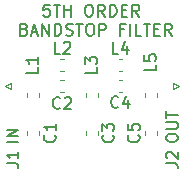
<source format=gbr>
%TF.GenerationSoftware,KiCad,Pcbnew,(6.0.10)*%
%TF.CreationDate,2023-05-27T15:47:13+03:00*%
%TF.ProjectId,BSF_5,4253465f-352e-46b6-9963-61645f706362,rev?*%
%TF.SameCoordinates,Original*%
%TF.FileFunction,Legend,Top*%
%TF.FilePolarity,Positive*%
%FSLAX46Y46*%
G04 Gerber Fmt 4.6, Leading zero omitted, Abs format (unit mm)*
G04 Created by KiCad (PCBNEW (6.0.10)) date 2023-05-27 15:47:13*
%MOMM*%
%LPD*%
G01*
G04 APERTURE LIST*
%ADD10C,0.150000*%
%ADD11C,0.120000*%
G04 APERTURE END LIST*
D10*
X135202380Y-92000000D02*
X135202380Y-91809523D01*
X135250000Y-91714285D01*
X135345238Y-91619047D01*
X135535714Y-91571428D01*
X135869047Y-91571428D01*
X136059523Y-91619047D01*
X136154761Y-91714285D01*
X136202380Y-91809523D01*
X136202380Y-92000000D01*
X136154761Y-92095238D01*
X136059523Y-92190476D01*
X135869047Y-92238095D01*
X135535714Y-92238095D01*
X135345238Y-92190476D01*
X135250000Y-92095238D01*
X135202380Y-92000000D01*
X135202380Y-91142857D02*
X136011904Y-91142857D01*
X136107142Y-91095238D01*
X136154761Y-91047619D01*
X136202380Y-90952380D01*
X136202380Y-90761904D01*
X136154761Y-90666666D01*
X136107142Y-90619047D01*
X136011904Y-90571428D01*
X135202380Y-90571428D01*
X135202380Y-90238095D02*
X135202380Y-89666666D01*
X136202380Y-89952380D02*
X135202380Y-89952380D01*
X122702380Y-92273809D02*
X121702380Y-92273809D01*
X122702380Y-91797619D02*
X121702380Y-91797619D01*
X122702380Y-91226190D01*
X121702380Y-91226190D01*
X125345238Y-80647380D02*
X124869047Y-80647380D01*
X124821428Y-81123571D01*
X124869047Y-81075952D01*
X124964285Y-81028333D01*
X125202380Y-81028333D01*
X125297619Y-81075952D01*
X125345238Y-81123571D01*
X125392857Y-81218809D01*
X125392857Y-81456904D01*
X125345238Y-81552142D01*
X125297619Y-81599761D01*
X125202380Y-81647380D01*
X124964285Y-81647380D01*
X124869047Y-81599761D01*
X124821428Y-81552142D01*
X125678571Y-80647380D02*
X126250000Y-80647380D01*
X125964285Y-81647380D02*
X125964285Y-80647380D01*
X126583333Y-81647380D02*
X126583333Y-80647380D01*
X126583333Y-81123571D02*
X127154761Y-81123571D01*
X127154761Y-81647380D02*
X127154761Y-80647380D01*
X128583333Y-80647380D02*
X128773809Y-80647380D01*
X128869047Y-80695000D01*
X128964285Y-80790238D01*
X129011904Y-80980714D01*
X129011904Y-81314047D01*
X128964285Y-81504523D01*
X128869047Y-81599761D01*
X128773809Y-81647380D01*
X128583333Y-81647380D01*
X128488095Y-81599761D01*
X128392857Y-81504523D01*
X128345238Y-81314047D01*
X128345238Y-80980714D01*
X128392857Y-80790238D01*
X128488095Y-80695000D01*
X128583333Y-80647380D01*
X130011904Y-81647380D02*
X129678571Y-81171190D01*
X129440476Y-81647380D02*
X129440476Y-80647380D01*
X129821428Y-80647380D01*
X129916666Y-80695000D01*
X129964285Y-80742619D01*
X130011904Y-80837857D01*
X130011904Y-80980714D01*
X129964285Y-81075952D01*
X129916666Y-81123571D01*
X129821428Y-81171190D01*
X129440476Y-81171190D01*
X130440476Y-81647380D02*
X130440476Y-80647380D01*
X130678571Y-80647380D01*
X130821428Y-80695000D01*
X130916666Y-80790238D01*
X130964285Y-80885476D01*
X131011904Y-81075952D01*
X131011904Y-81218809D01*
X130964285Y-81409285D01*
X130916666Y-81504523D01*
X130821428Y-81599761D01*
X130678571Y-81647380D01*
X130440476Y-81647380D01*
X131440476Y-81123571D02*
X131773809Y-81123571D01*
X131916666Y-81647380D02*
X131440476Y-81647380D01*
X131440476Y-80647380D01*
X131916666Y-80647380D01*
X132916666Y-81647380D02*
X132583333Y-81171190D01*
X132345238Y-81647380D02*
X132345238Y-80647380D01*
X132726190Y-80647380D01*
X132821428Y-80695000D01*
X132869047Y-80742619D01*
X132916666Y-80837857D01*
X132916666Y-80980714D01*
X132869047Y-81075952D01*
X132821428Y-81123571D01*
X132726190Y-81171190D01*
X132345238Y-81171190D01*
X123202380Y-82733571D02*
X123345238Y-82781190D01*
X123392857Y-82828809D01*
X123440476Y-82924047D01*
X123440476Y-83066904D01*
X123392857Y-83162142D01*
X123345238Y-83209761D01*
X123250000Y-83257380D01*
X122869047Y-83257380D01*
X122869047Y-82257380D01*
X123202380Y-82257380D01*
X123297619Y-82305000D01*
X123345238Y-82352619D01*
X123392857Y-82447857D01*
X123392857Y-82543095D01*
X123345238Y-82638333D01*
X123297619Y-82685952D01*
X123202380Y-82733571D01*
X122869047Y-82733571D01*
X123821428Y-82971666D02*
X124297619Y-82971666D01*
X123726190Y-83257380D02*
X124059523Y-82257380D01*
X124392857Y-83257380D01*
X124726190Y-83257380D02*
X124726190Y-82257380D01*
X125297619Y-83257380D01*
X125297619Y-82257380D01*
X125773809Y-83257380D02*
X125773809Y-82257380D01*
X126011904Y-82257380D01*
X126154761Y-82305000D01*
X126250000Y-82400238D01*
X126297619Y-82495476D01*
X126345238Y-82685952D01*
X126345238Y-82828809D01*
X126297619Y-83019285D01*
X126250000Y-83114523D01*
X126154761Y-83209761D01*
X126011904Y-83257380D01*
X125773809Y-83257380D01*
X126726190Y-83209761D02*
X126869047Y-83257380D01*
X127107142Y-83257380D01*
X127202380Y-83209761D01*
X127250000Y-83162142D01*
X127297619Y-83066904D01*
X127297619Y-82971666D01*
X127250000Y-82876428D01*
X127202380Y-82828809D01*
X127107142Y-82781190D01*
X126916666Y-82733571D01*
X126821428Y-82685952D01*
X126773809Y-82638333D01*
X126726190Y-82543095D01*
X126726190Y-82447857D01*
X126773809Y-82352619D01*
X126821428Y-82305000D01*
X126916666Y-82257380D01*
X127154761Y-82257380D01*
X127297619Y-82305000D01*
X127583333Y-82257380D02*
X128154761Y-82257380D01*
X127869047Y-83257380D02*
X127869047Y-82257380D01*
X128678571Y-82257380D02*
X128869047Y-82257380D01*
X128964285Y-82305000D01*
X129059523Y-82400238D01*
X129107142Y-82590714D01*
X129107142Y-82924047D01*
X129059523Y-83114523D01*
X128964285Y-83209761D01*
X128869047Y-83257380D01*
X128678571Y-83257380D01*
X128583333Y-83209761D01*
X128488095Y-83114523D01*
X128440476Y-82924047D01*
X128440476Y-82590714D01*
X128488095Y-82400238D01*
X128583333Y-82305000D01*
X128678571Y-82257380D01*
X129535714Y-83257380D02*
X129535714Y-82257380D01*
X129916666Y-82257380D01*
X130011904Y-82305000D01*
X130059523Y-82352619D01*
X130107142Y-82447857D01*
X130107142Y-82590714D01*
X130059523Y-82685952D01*
X130011904Y-82733571D01*
X129916666Y-82781190D01*
X129535714Y-82781190D01*
X131630952Y-82733571D02*
X131297619Y-82733571D01*
X131297619Y-83257380D02*
X131297619Y-82257380D01*
X131773809Y-82257380D01*
X132154761Y-83257380D02*
X132154761Y-82257380D01*
X133107142Y-83257380D02*
X132630952Y-83257380D01*
X132630952Y-82257380D01*
X133297619Y-82257380D02*
X133869047Y-82257380D01*
X133583333Y-83257380D02*
X133583333Y-82257380D01*
X134202380Y-82733571D02*
X134535714Y-82733571D01*
X134678571Y-83257380D02*
X134202380Y-83257380D01*
X134202380Y-82257380D01*
X134678571Y-82257380D01*
X135678571Y-83257380D02*
X135345238Y-82781190D01*
X135107142Y-83257380D02*
X135107142Y-82257380D01*
X135488095Y-82257380D01*
X135583333Y-82305000D01*
X135630952Y-82352619D01*
X135678571Y-82447857D01*
X135678571Y-82590714D01*
X135630952Y-82685952D01*
X135583333Y-82733571D01*
X135488095Y-82781190D01*
X135107142Y-82781190D01*
%TO.C,L2*%
X126233333Y-84772380D02*
X125757142Y-84772380D01*
X125757142Y-83772380D01*
X126519047Y-83867619D02*
X126566666Y-83820000D01*
X126661904Y-83772380D01*
X126900000Y-83772380D01*
X126995238Y-83820000D01*
X127042857Y-83867619D01*
X127090476Y-83962857D01*
X127090476Y-84058095D01*
X127042857Y-84200952D01*
X126471428Y-84772380D01*
X127090476Y-84772380D01*
%TO.C,L3*%
X129352380Y-85916666D02*
X129352380Y-86392857D01*
X128352380Y-86392857D01*
X128352380Y-85678571D02*
X128352380Y-85059523D01*
X128733333Y-85392857D01*
X128733333Y-85250000D01*
X128780952Y-85154761D01*
X128828571Y-85107142D01*
X128923809Y-85059523D01*
X129161904Y-85059523D01*
X129257142Y-85107142D01*
X129304761Y-85154761D01*
X129352380Y-85250000D01*
X129352380Y-85535714D01*
X129304761Y-85630952D01*
X129257142Y-85678571D01*
%TO.C,C1*%
X125757142Y-91666666D02*
X125804761Y-91714285D01*
X125852380Y-91857142D01*
X125852380Y-91952380D01*
X125804761Y-92095238D01*
X125709523Y-92190476D01*
X125614285Y-92238095D01*
X125423809Y-92285714D01*
X125280952Y-92285714D01*
X125090476Y-92238095D01*
X124995238Y-92190476D01*
X124900000Y-92095238D01*
X124852380Y-91952380D01*
X124852380Y-91857142D01*
X124900000Y-91714285D01*
X124947619Y-91666666D01*
X125852380Y-90714285D02*
X125852380Y-91285714D01*
X125852380Y-91000000D02*
X124852380Y-91000000D01*
X124995238Y-91095238D01*
X125090476Y-91190476D01*
X125138095Y-91285714D01*
%TO.C,L5*%
X134352380Y-85704166D02*
X134352380Y-86180357D01*
X133352380Y-86180357D01*
X133352380Y-84894642D02*
X133352380Y-85370833D01*
X133828571Y-85418452D01*
X133780952Y-85370833D01*
X133733333Y-85275595D01*
X133733333Y-85037500D01*
X133780952Y-84942261D01*
X133828571Y-84894642D01*
X133923809Y-84847023D01*
X134161904Y-84847023D01*
X134257142Y-84894642D01*
X134304761Y-84942261D01*
X134352380Y-85037500D01*
X134352380Y-85275595D01*
X134304761Y-85370833D01*
X134257142Y-85418452D01*
%TO.C,C4*%
X131158333Y-89287142D02*
X131110714Y-89334761D01*
X130967857Y-89382380D01*
X130872619Y-89382380D01*
X130729761Y-89334761D01*
X130634523Y-89239523D01*
X130586904Y-89144285D01*
X130539285Y-88953809D01*
X130539285Y-88810952D01*
X130586904Y-88620476D01*
X130634523Y-88525238D01*
X130729761Y-88430000D01*
X130872619Y-88382380D01*
X130967857Y-88382380D01*
X131110714Y-88430000D01*
X131158333Y-88477619D01*
X132015476Y-88715714D02*
X132015476Y-89382380D01*
X131777380Y-88334761D02*
X131539285Y-89049047D01*
X132158333Y-89049047D01*
%TO.C,J1*%
X121702380Y-94083333D02*
X122416666Y-94083333D01*
X122559523Y-94130952D01*
X122654761Y-94226190D01*
X122702380Y-94369047D01*
X122702380Y-94464285D01*
X122702380Y-93083333D02*
X122702380Y-93654761D01*
X122702380Y-93369047D02*
X121702380Y-93369047D01*
X121845238Y-93464285D01*
X121940476Y-93559523D01*
X121988095Y-93654761D01*
%TO.C,J2*%
X135202380Y-94083333D02*
X135916666Y-94083333D01*
X136059523Y-94130952D01*
X136154761Y-94226190D01*
X136202380Y-94369047D01*
X136202380Y-94464285D01*
X135297619Y-93654761D02*
X135250000Y-93607142D01*
X135202380Y-93511904D01*
X135202380Y-93273809D01*
X135250000Y-93178571D01*
X135297619Y-93130952D01*
X135392857Y-93083333D01*
X135488095Y-93083333D01*
X135630952Y-93130952D01*
X136202380Y-93702380D01*
X136202380Y-93083333D01*
%TO.C,C5*%
X132857142Y-91666666D02*
X132904761Y-91714285D01*
X132952380Y-91857142D01*
X132952380Y-91952380D01*
X132904761Y-92095238D01*
X132809523Y-92190476D01*
X132714285Y-92238095D01*
X132523809Y-92285714D01*
X132380952Y-92285714D01*
X132190476Y-92238095D01*
X132095238Y-92190476D01*
X132000000Y-92095238D01*
X131952380Y-91952380D01*
X131952380Y-91857142D01*
X132000000Y-91714285D01*
X132047619Y-91666666D01*
X131952380Y-90761904D02*
X131952380Y-91238095D01*
X132428571Y-91285714D01*
X132380952Y-91238095D01*
X132333333Y-91142857D01*
X132333333Y-90904761D01*
X132380952Y-90809523D01*
X132428571Y-90761904D01*
X132523809Y-90714285D01*
X132761904Y-90714285D01*
X132857142Y-90761904D01*
X132904761Y-90809523D01*
X132952380Y-90904761D01*
X132952380Y-91142857D01*
X132904761Y-91238095D01*
X132857142Y-91285714D01*
%TO.C,C3*%
X130687142Y-91666666D02*
X130734761Y-91714285D01*
X130782380Y-91857142D01*
X130782380Y-91952380D01*
X130734761Y-92095238D01*
X130639523Y-92190476D01*
X130544285Y-92238095D01*
X130353809Y-92285714D01*
X130210952Y-92285714D01*
X130020476Y-92238095D01*
X129925238Y-92190476D01*
X129830000Y-92095238D01*
X129782380Y-91952380D01*
X129782380Y-91857142D01*
X129830000Y-91714285D01*
X129877619Y-91666666D01*
X129782380Y-91333333D02*
X129782380Y-90714285D01*
X130163333Y-91047619D01*
X130163333Y-90904761D01*
X130210952Y-90809523D01*
X130258571Y-90761904D01*
X130353809Y-90714285D01*
X130591904Y-90714285D01*
X130687142Y-90761904D01*
X130734761Y-90809523D01*
X130782380Y-90904761D01*
X130782380Y-91190476D01*
X130734761Y-91285714D01*
X130687142Y-91333333D01*
%TO.C,C2*%
X126233333Y-89357142D02*
X126185714Y-89404761D01*
X126042857Y-89452380D01*
X125947619Y-89452380D01*
X125804761Y-89404761D01*
X125709523Y-89309523D01*
X125661904Y-89214285D01*
X125614285Y-89023809D01*
X125614285Y-88880952D01*
X125661904Y-88690476D01*
X125709523Y-88595238D01*
X125804761Y-88500000D01*
X125947619Y-88452380D01*
X126042857Y-88452380D01*
X126185714Y-88500000D01*
X126233333Y-88547619D01*
X126614285Y-88547619D02*
X126661904Y-88500000D01*
X126757142Y-88452380D01*
X126995238Y-88452380D01*
X127090476Y-88500000D01*
X127138095Y-88547619D01*
X127185714Y-88642857D01*
X127185714Y-88738095D01*
X127138095Y-88880952D01*
X126566666Y-89452380D01*
X127185714Y-89452380D01*
%TO.C,L1*%
X124352380Y-85916666D02*
X124352380Y-86392857D01*
X123352380Y-86392857D01*
X124352380Y-85059523D02*
X124352380Y-85630952D01*
X124352380Y-85345238D02*
X123352380Y-85345238D01*
X123495238Y-85440476D01*
X123590476Y-85535714D01*
X123638095Y-85630952D01*
%TO.C,L4*%
X131170833Y-84772380D02*
X130694642Y-84772380D01*
X130694642Y-83772380D01*
X131932738Y-84105714D02*
X131932738Y-84772380D01*
X131694642Y-83724761D02*
X131456547Y-84439047D01*
X132075595Y-84439047D01*
D11*
%TO.C,L2*%
X126237221Y-86260000D02*
X126562779Y-86260000D01*
X126237221Y-85240000D02*
X126562779Y-85240000D01*
%TO.C,L3*%
X129410000Y-88450279D02*
X129410000Y-88124721D01*
X128390000Y-88450279D02*
X128390000Y-88124721D01*
%TO.C,C1*%
X123390000Y-91359420D02*
X123390000Y-91640580D01*
X124410000Y-91359420D02*
X124410000Y-91640580D01*
%TO.C,L5*%
X133390000Y-88450279D02*
X133390000Y-88124721D01*
X134410000Y-88450279D02*
X134410000Y-88124721D01*
%TO.C,C4*%
X131465580Y-88010000D02*
X131184420Y-88010000D01*
X131465580Y-86990000D02*
X131184420Y-86990000D01*
%TO.C,J1*%
X121572500Y-87500000D02*
X122072500Y-87750000D01*
X122072500Y-87750000D02*
X122072500Y-87250000D01*
X122072500Y-87250000D02*
X121572500Y-87500000D01*
%TO.C,J2*%
X135790000Y-87250000D02*
X135790000Y-87750000D01*
X135790000Y-87750000D02*
X136290000Y-87500000D01*
X136290000Y-87500000D02*
X135790000Y-87250000D01*
%TO.C,C5*%
X133390000Y-91359420D02*
X133390000Y-91640580D01*
X134410000Y-91359420D02*
X134410000Y-91640580D01*
%TO.C,C3*%
X129410000Y-91359420D02*
X129410000Y-91640580D01*
X128390000Y-91359420D02*
X128390000Y-91640580D01*
%TO.C,C2*%
X126540580Y-88010000D02*
X126259420Y-88010000D01*
X126540580Y-86990000D02*
X126259420Y-86990000D01*
%TO.C,L1*%
X123390000Y-88450279D02*
X123390000Y-88124721D01*
X124410000Y-88450279D02*
X124410000Y-88124721D01*
%TO.C,L4*%
X131174721Y-86260000D02*
X131500279Y-86260000D01*
X131174721Y-85240000D02*
X131500279Y-85240000D01*
%TD*%
M02*

</source>
